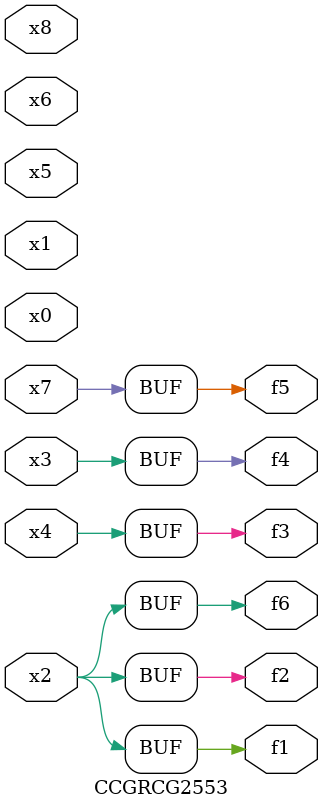
<source format=v>
module CCGRCG2553(
	input x0, x1, x2, x3, x4, x5, x6, x7, x8,
	output f1, f2, f3, f4, f5, f6
);
	assign f1 = x2;
	assign f2 = x2;
	assign f3 = x4;
	assign f4 = x3;
	assign f5 = x7;
	assign f6 = x2;
endmodule

</source>
